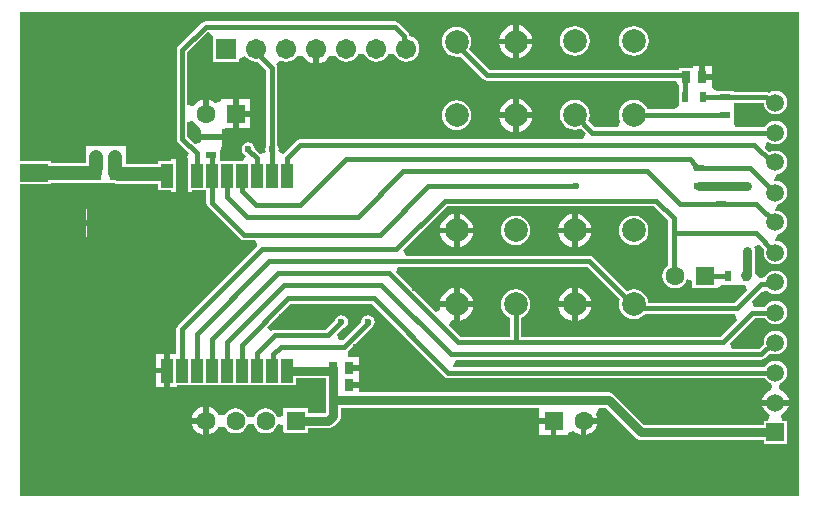
<source format=gtl>
G04*
G04 #@! TF.GenerationSoftware,Altium Limited,Altium Designer,23.0.1 (38)*
G04*
G04 Layer_Physical_Order=1*
G04 Layer_Color=255*
%FSLAX42Y42*%
%MOMM*%
G71*
G04*
G04 #@! TF.SameCoordinates,95CDDE1D-1A7E-4F85-AF55-DDA07DA04742*
G04*
G04*
G04 #@! TF.FilePolarity,Positive*
G04*
G01*
G75*
%ADD11C,0.20*%
%ADD13R,0.95X0.60*%
%ADD14R,0.60X0.95*%
%ADD15R,0.80X1.00*%
%ADD16R,1.00X2.00*%
%ADD17R,1.00X0.80*%
%ADD18R,0.74X1.02*%
%ADD19R,4.90X1.60*%
%ADD20R,2.35X1.50*%
%ADD37C,0.40*%
%ADD38C,0.80*%
%ADD39C,1.20*%
%ADD40R,5.63X3.25*%
%ADD41R,9.24X3.75*%
%ADD42R,1.00X3.38*%
%ADD43C,1.71*%
%ADD44R,1.71X1.71*%
%ADD45R,1.50X1.50*%
%ADD46C,1.50*%
%ADD47C,2.00*%
%ADD48R,1.60X1.60*%
%ADD49C,1.60*%
%ADD50C,0.60*%
G36*
X6649Y51D02*
X50D01*
Y2242D01*
X308D01*
Y2362D01*
Y2482D01*
X50D01*
Y2688D01*
X317D01*
Y2702D01*
X640D01*
Y2699D01*
X737D01*
X764Y2699D01*
Y2699D01*
X787D01*
Y2699D01*
X848D01*
X865Y2692D01*
X887Y2689D01*
X1221D01*
Y2638D01*
X1333D01*
Y2623D01*
X1398D01*
Y2762D01*
Y2902D01*
X1333D01*
Y2888D01*
X1221D01*
Y2860D01*
X948D01*
Y2920D01*
X948Y2925D01*
X952Y2975D01*
X952D01*
Y3030D01*
X863D01*
Y3055D01*
X838D01*
Y3135D01*
X725D01*
Y3055D01*
X700D01*
Y3030D01*
X610D01*
Y2975D01*
X610Y2975D01*
X615Y2925D01*
X614Y2920D01*
Y2873D01*
X317D01*
Y2888D01*
X50D01*
Y3092D01*
X308D01*
Y3212D01*
Y3333D01*
X50D01*
Y4150D01*
X6649D01*
Y51D01*
D02*
G37*
%LPC*%
G36*
X4275Y4035D02*
Y3922D01*
X4388D01*
X4386Y3934D01*
X4372Y3968D01*
X4350Y3997D01*
X4321Y4020D01*
X4287Y4034D01*
X4275Y4035D01*
D02*
G37*
G36*
X4225Y4035D02*
X4213Y4034D01*
X4179Y4020D01*
X4150Y3997D01*
X4128Y3968D01*
X4114Y3934D01*
X4112Y3922D01*
X4225D01*
Y4035D01*
D02*
G37*
G36*
X5250Y4029D02*
X5217Y4024D01*
X5187Y4012D01*
X5161Y3992D01*
X5141Y3966D01*
X5128Y3935D01*
X5124Y3903D01*
X5128Y3870D01*
X5141Y3839D01*
X5161Y3813D01*
X5187Y3793D01*
X5217Y3781D01*
X5250Y3776D01*
X5283Y3781D01*
X5313Y3793D01*
X5339Y3813D01*
X5359Y3839D01*
X5372Y3870D01*
X5376Y3903D01*
X5372Y3935D01*
X5359Y3966D01*
X5339Y3992D01*
X5313Y4012D01*
X5283Y4024D01*
X5250Y4029D01*
D02*
G37*
G36*
X4750D02*
X4717Y4024D01*
X4687Y4012D01*
X4661Y3992D01*
X4641Y3966D01*
X4628Y3935D01*
X4624Y3903D01*
X4628Y3870D01*
X4641Y3839D01*
X4661Y3813D01*
X4687Y3793D01*
X4717Y3781D01*
X4750Y3776D01*
X4783Y3781D01*
X4813Y3793D01*
X4839Y3813D01*
X4859Y3839D01*
X4872Y3870D01*
X4876Y3903D01*
X4872Y3935D01*
X4859Y3966D01*
X4839Y3992D01*
X4813Y4012D01*
X4783Y4024D01*
X4750Y4029D01*
D02*
G37*
G36*
X4225Y3873D02*
X4112D01*
X4114Y3861D01*
X4128Y3827D01*
X4150Y3798D01*
X4179Y3775D01*
X4213Y3761D01*
X4225Y3760D01*
Y3873D01*
D02*
G37*
G36*
X4388D02*
X4275D01*
Y3760D01*
X4287Y3761D01*
X4321Y3775D01*
X4350Y3798D01*
X4372Y3827D01*
X4386Y3861D01*
X4388Y3873D01*
D02*
G37*
G36*
X5910Y3690D02*
X5855D01*
Y3625D01*
X5910D01*
Y3690D01*
D02*
G37*
G36*
X4275Y3410D02*
Y3298D01*
X4388D01*
X4386Y3309D01*
X4372Y3343D01*
X4350Y3372D01*
X4321Y3395D01*
X4287Y3409D01*
X4275Y3410D01*
D02*
G37*
G36*
X4225D02*
X4213Y3409D01*
X4179Y3395D01*
X4150Y3372D01*
X4128Y3343D01*
X4114Y3309D01*
X4112Y3298D01*
X4225D01*
Y3410D01*
D02*
G37*
G36*
X3225Y4071D02*
X1625D01*
X1607Y4067D01*
X1593Y4057D01*
X1393Y3857D01*
X1383Y3843D01*
X1379Y3825D01*
Y3075D01*
X1383Y3057D01*
X1393Y3043D01*
X1483Y2952D01*
X1462Y2902D01*
X1448D01*
Y2762D01*
Y2623D01*
X1513D01*
Y2638D01*
X1631D01*
Y2535D01*
X1635Y2518D01*
X1645Y2503D01*
X1918Y2230D01*
X1932Y2220D01*
X1950Y2217D01*
X2047D01*
X2063Y2181D01*
X2064Y2167D01*
X1391Y1493D01*
X1381Y1478D01*
X1377Y1460D01*
Y1252D01*
X1321D01*
Y1113D01*
Y973D01*
X1386D01*
Y988D01*
X2387D01*
Y1047D01*
X2642D01*
Y988D01*
Y862D01*
Y757D01*
X2638Y753D01*
X2492D01*
Y793D01*
X2282D01*
Y726D01*
X2235Y715D01*
X2225Y740D01*
X2208Y762D01*
X2186Y779D01*
X2160Y790D01*
X2133Y793D01*
X2106Y790D01*
X2080Y779D01*
X2058Y762D01*
X2041Y740D01*
X2031Y715D01*
X1981D01*
X1971Y740D01*
X1954Y762D01*
X1932Y779D01*
X1906Y790D01*
X1879Y793D01*
X1852Y790D01*
X1826Y779D01*
X1804Y762D01*
X1787Y740D01*
X1787Y740D01*
X1733D01*
X1730Y748D01*
X1711Y773D01*
X1686Y792D01*
X1656Y804D01*
X1650Y805D01*
Y688D01*
Y570D01*
X1656Y571D01*
X1686Y583D01*
X1711Y602D01*
X1730Y627D01*
X1733Y635D01*
X1787D01*
X1787Y635D01*
X1804Y613D01*
X1826Y596D01*
X1852Y585D01*
X1879Y582D01*
X1906Y585D01*
X1932Y596D01*
X1954Y613D01*
X1971Y635D01*
X1981Y660D01*
X2031D01*
X2041Y635D01*
X2058Y613D01*
X2080Y596D01*
X2106Y585D01*
X2133Y582D01*
X2160Y585D01*
X2186Y596D01*
X2208Y613D01*
X2225Y635D01*
X2235Y660D01*
X2282Y649D01*
Y582D01*
X2492D01*
Y622D01*
X2665D01*
X2682Y624D01*
X2698Y631D01*
X2711Y641D01*
X2754Y684D01*
X2764Y697D01*
X2771Y713D01*
X2773Y730D01*
Y797D01*
X4451D01*
Y712D01*
X4571D01*
Y688D01*
X4596D01*
Y568D01*
X4691D01*
Y583D01*
X4734Y600D01*
X4741Y601D01*
X4764Y583D01*
X4794Y571D01*
X4800Y570D01*
Y688D01*
X4825D01*
Y712D01*
X4943D01*
X4942Y719D01*
X4930Y748D01*
X4955Y797D01*
X5010D01*
X5266Y541D01*
X5280Y531D01*
X5296Y524D01*
X5312Y522D01*
X6350D01*
Y488D01*
X6550D01*
Y688D01*
X6509D01*
X6499Y738D01*
X6508Y741D01*
X6532Y759D01*
X6550Y784D01*
X6562Y811D01*
X6563Y816D01*
X6450D01*
X6337D01*
X6338Y811D01*
X6350Y784D01*
X6368Y759D01*
X6392Y741D01*
X6401Y738D01*
X6391Y688D01*
X6350D01*
Y653D01*
X5340D01*
X5084Y909D01*
X5070Y919D01*
X5054Y926D01*
X5038Y928D01*
X2923D01*
Y962D01*
X2843D01*
Y1012D01*
X2923D01*
Y1046D01*
X2923D01*
Y1111D01*
X2843D01*
Y1161D01*
X2923D01*
Y1226D01*
X2835D01*
X2833Y1231D01*
X2827Y1276D01*
X2832Y1280D01*
X3032Y1480D01*
X3033Y1481D01*
X3040Y1485D01*
X3052Y1504D01*
X3056Y1525D01*
X3052Y1546D01*
X3040Y1565D01*
X3021Y1577D01*
X3000Y1581D01*
X2979Y1577D01*
X2960Y1565D01*
X2948Y1546D01*
X2944Y1525D01*
X2945Y1522D01*
X2790Y1368D01*
X2756Y1372D01*
X2737Y1422D01*
X2786Y1471D01*
X2796Y1473D01*
X2815Y1485D01*
X2827Y1504D01*
X2831Y1525D01*
X2827Y1546D01*
X2815Y1565D01*
X2796Y1577D01*
X2775Y1581D01*
X2754Y1577D01*
X2735Y1565D01*
X2723Y1546D01*
X2721Y1536D01*
X2643Y1458D01*
X2212D01*
X2195Y1455D01*
X2180Y1445D01*
X2146Y1481D01*
X2344Y1679D01*
X3031D01*
X3647Y1063D01*
X3662Y1053D01*
X3679Y1050D01*
X6361D01*
X6363Y1045D01*
X6379Y1024D01*
X6400Y1008D01*
X6413Y1003D01*
X6417Y970D01*
X6417Y969D01*
X6413Y951D01*
X6392Y942D01*
X6368Y924D01*
X6350Y899D01*
X6338Y872D01*
X6337Y866D01*
X6450D01*
X6563D01*
X6562Y872D01*
X6550Y899D01*
X6532Y924D01*
X6508Y942D01*
X6487Y951D01*
X6483Y969D01*
X6483Y970D01*
X6487Y1003D01*
X6500Y1008D01*
X6521Y1024D01*
X6537Y1045D01*
X6547Y1069D01*
X6551Y1095D01*
X6547Y1122D01*
X6537Y1146D01*
X6521Y1167D01*
X6500Y1183D01*
X6476Y1193D01*
X6450Y1196D01*
X6424Y1193D01*
X6400Y1183D01*
X6379Y1167D01*
X6363Y1146D01*
X6361Y1141D01*
X3731D01*
X3721Y1154D01*
X3746Y1204D01*
X6326D01*
X6344Y1208D01*
X6358Y1218D01*
X6402Y1261D01*
X6424Y1252D01*
X6450Y1249D01*
X6476Y1252D01*
X6500Y1262D01*
X6521Y1278D01*
X6537Y1299D01*
X6547Y1323D01*
X6551Y1349D01*
X6547Y1376D01*
X6537Y1400D01*
X6521Y1421D01*
X6500Y1437D01*
X6476Y1447D01*
X6450Y1450D01*
X6424Y1447D01*
X6400Y1437D01*
X6379Y1421D01*
X6363Y1400D01*
X6353Y1376D01*
X6349Y1349D01*
X6350Y1339D01*
X6307Y1296D01*
X6081D01*
X6061Y1346D01*
X6273Y1558D01*
X6361D01*
X6363Y1553D01*
X6379Y1532D01*
X6400Y1516D01*
X6424Y1506D01*
X6450Y1503D01*
X6476Y1506D01*
X6500Y1516D01*
X6521Y1532D01*
X6537Y1553D01*
X6547Y1577D01*
X6551Y1603D01*
X6547Y1630D01*
X6537Y1654D01*
X6521Y1675D01*
X6500Y1691D01*
X6476Y1701D01*
X6450Y1704D01*
X6424Y1701D01*
X6400Y1691D01*
X6379Y1675D01*
X6363Y1654D01*
X6361Y1649D01*
X6272D01*
X6251Y1698D01*
X6328Y1775D01*
X6379Y1786D01*
X6400Y1770D01*
X6424Y1760D01*
X6450Y1757D01*
X6476Y1760D01*
X6500Y1770D01*
X6521Y1786D01*
X6537Y1807D01*
X6547Y1831D01*
X6551Y1858D01*
X6547Y1884D01*
X6537Y1908D01*
X6521Y1929D01*
X6500Y1945D01*
X6476Y1955D01*
X6450Y1958D01*
X6424Y1955D01*
X6400Y1945D01*
X6379Y1929D01*
X6363Y1908D01*
X6316Y1895D01*
X6278Y1928D01*
Y2125D01*
X6276Y2142D01*
X6269Y2158D01*
X6309Y2187D01*
X6354Y2142D01*
X6353Y2138D01*
X6349Y2111D01*
X6353Y2085D01*
X6363Y2061D01*
X6379Y2040D01*
X6400Y2024D01*
X6424Y2014D01*
X6450Y2011D01*
X6476Y2014D01*
X6500Y2024D01*
X6521Y2040D01*
X6537Y2061D01*
X6547Y2085D01*
X6551Y2111D01*
X6547Y2138D01*
X6537Y2162D01*
X6521Y2183D01*
X6500Y2199D01*
X6476Y2209D01*
X6454Y2212D01*
X6448Y2215D01*
X6447Y2216D01*
X6448Y2221D01*
X6472Y2268D01*
X6476Y2268D01*
X6500Y2278D01*
X6521Y2294D01*
X6537Y2315D01*
X6547Y2339D01*
X6551Y2366D01*
X6547Y2392D01*
X6537Y2416D01*
X6521Y2437D01*
X6500Y2453D01*
X6476Y2463D01*
X6450Y2466D01*
X6450Y2466D01*
X6447Y2470D01*
X6448Y2474D01*
X6473Y2522D01*
X6476Y2522D01*
X6500Y2532D01*
X6521Y2548D01*
X6537Y2569D01*
X6547Y2593D01*
X6551Y2619D01*
X6547Y2646D01*
X6537Y2670D01*
X6521Y2691D01*
X6500Y2707D01*
X6476Y2717D01*
X6450Y2720D01*
X6442Y2719D01*
X6439Y2724D01*
X6443Y2741D01*
X6464Y2774D01*
X6476Y2776D01*
X6500Y2786D01*
X6521Y2802D01*
X6537Y2823D01*
X6547Y2847D01*
X6551Y2874D01*
X6547Y2900D01*
X6537Y2924D01*
X6521Y2945D01*
X6500Y2961D01*
X6476Y2971D01*
X6450Y2974D01*
X6424Y2971D01*
X6400Y2961D01*
X6399Y2960D01*
X6362Y2997D01*
X6381Y3048D01*
X6388Y3049D01*
X6400Y3040D01*
X6424Y3030D01*
X6450Y3027D01*
X6476Y3030D01*
X6500Y3040D01*
X6521Y3056D01*
X6537Y3077D01*
X6547Y3101D01*
X6551Y3127D01*
X6547Y3154D01*
X6537Y3178D01*
X6521Y3199D01*
X6500Y3215D01*
X6476Y3225D01*
X6450Y3228D01*
X6424Y3225D01*
X6400Y3215D01*
X6379Y3199D01*
X6363Y3178D01*
X6361Y3173D01*
X6106D01*
X6097Y3220D01*
X6097D01*
Y3320D01*
X6097Y3330D01*
X6100Y3379D01*
X6349D01*
X6353Y3355D01*
X6363Y3331D01*
X6379Y3310D01*
X6400Y3294D01*
X6424Y3284D01*
X6450Y3281D01*
X6476Y3284D01*
X6500Y3294D01*
X6521Y3310D01*
X6537Y3331D01*
X6547Y3355D01*
X6551Y3381D01*
X6547Y3408D01*
X6537Y3432D01*
X6521Y3453D01*
X6500Y3469D01*
X6476Y3479D01*
X6450Y3482D01*
X6424Y3479D01*
X6400Y3469D01*
X6394Y3465D01*
X6391Y3467D01*
X6373Y3471D01*
X6097D01*
Y3480D01*
X5953D01*
X5913Y3505D01*
X5910Y3510D01*
X5910Y3540D01*
Y3575D01*
X5830D01*
Y3600D01*
X5805D01*
Y3690D01*
X5750D01*
Y3675D01*
X5630D01*
Y3658D01*
X4030D01*
X3857Y3831D01*
X3859Y3834D01*
X3872Y3865D01*
X3876Y3897D01*
X3872Y3930D01*
X3859Y3961D01*
X3839Y3987D01*
X3813Y4007D01*
X3783Y4019D01*
X3750Y4024D01*
X3717Y4019D01*
X3687Y4007D01*
X3661Y3987D01*
X3641Y3961D01*
X3628Y3930D01*
X3624Y3897D01*
X3628Y3865D01*
X3641Y3834D01*
X3661Y3808D01*
X3687Y3788D01*
X3717Y3776D01*
X3750Y3771D01*
X3783Y3776D01*
X3978Y3580D01*
X3993Y3570D01*
X4011Y3567D01*
X5610D01*
X5630Y3525D01*
X5633Y3497D01*
X5633D01*
Y3373D01*
X5633Y3352D01*
X5595Y3323D01*
X5366D01*
X5359Y3341D01*
X5339Y3367D01*
X5313Y3387D01*
X5283Y3399D01*
X5250Y3404D01*
X5217Y3399D01*
X5187Y3387D01*
X5161Y3367D01*
X5141Y3341D01*
X5128Y3310D01*
X5124Y3278D01*
X5128Y3245D01*
X5137Y3223D01*
X5125Y3194D01*
X5109Y3173D01*
X4919D01*
X4865Y3228D01*
X4872Y3245D01*
X4876Y3278D01*
X4872Y3310D01*
X4859Y3341D01*
X4839Y3367D01*
X4813Y3387D01*
X4783Y3399D01*
X4750Y3404D01*
X4717Y3399D01*
X4687Y3387D01*
X4661Y3367D01*
X4641Y3341D01*
X4628Y3310D01*
X4624Y3278D01*
X4628Y3245D01*
X4641Y3214D01*
X4661Y3188D01*
X4687Y3168D01*
X4717Y3156D01*
X4750Y3151D01*
X4783Y3156D01*
X4800Y3163D01*
X4842Y3121D01*
X4821Y3071D01*
X2425D01*
X2407Y3067D01*
X2393Y3057D01*
X2283Y2948D01*
X2275Y2951D01*
X2262Y2958D01*
X2241Y2974D01*
X2244Y2988D01*
X2239Y3009D01*
X2231Y3022D01*
Y3678D01*
X2227Y3695D01*
X2224Y3701D01*
X2252Y3741D01*
X2279Y3730D01*
X2308Y3726D01*
X2337Y3730D01*
X2364Y3741D01*
X2387Y3759D01*
X2398Y3774D01*
X2433Y3776D01*
X2454Y3772D01*
X2472Y3748D01*
X2499Y3728D01*
X2529Y3715D01*
X2537Y3714D01*
Y3838D01*
X2587D01*
Y3714D01*
X2595Y3715D01*
X2625Y3728D01*
X2652Y3748D01*
X2670Y3772D01*
X2691Y3776D01*
X2726Y3774D01*
X2737Y3759D01*
X2760Y3741D01*
X2787Y3730D01*
X2816Y3726D01*
X2845Y3730D01*
X2872Y3741D01*
X2895Y3759D01*
X2913Y3782D01*
X2916Y3791D01*
X2970D01*
X2973Y3782D01*
X2991Y3759D01*
X3014Y3741D01*
X3041Y3730D01*
X3070Y3726D01*
X3099Y3730D01*
X3126Y3741D01*
X3149Y3759D01*
X3167Y3782D01*
X3170Y3791D01*
X3224D01*
X3227Y3782D01*
X3245Y3759D01*
X3268Y3741D01*
X3295Y3730D01*
X3324Y3726D01*
X3353Y3730D01*
X3380Y3741D01*
X3403Y3759D01*
X3421Y3782D01*
X3432Y3809D01*
X3435Y3838D01*
X3432Y3866D01*
X3421Y3893D01*
X3403Y3916D01*
X3380Y3934D01*
X3353Y3945D01*
X3351Y3945D01*
X3348Y3962D01*
X3338Y3977D01*
X3257Y4057D01*
X3243Y4067D01*
X3225Y4071D01*
D02*
G37*
G36*
X618Y3333D02*
X358D01*
Y3238D01*
X618D01*
Y3333D01*
D02*
G37*
G36*
X3750Y3399D02*
X3717Y3394D01*
X3687Y3382D01*
X3661Y3362D01*
X3641Y3336D01*
X3628Y3305D01*
X3624Y3272D01*
X3628Y3240D01*
X3641Y3209D01*
X3661Y3183D01*
X3687Y3163D01*
X3717Y3151D01*
X3750Y3146D01*
X3783Y3151D01*
X3813Y3163D01*
X3839Y3183D01*
X3859Y3209D01*
X3872Y3240D01*
X3876Y3272D01*
X3872Y3305D01*
X3859Y3336D01*
X3839Y3362D01*
X3813Y3382D01*
X3783Y3394D01*
X3750Y3399D01*
D02*
G37*
G36*
X4388Y3248D02*
X4275D01*
Y3135D01*
X4287Y3136D01*
X4321Y3150D01*
X4350Y3173D01*
X4372Y3202D01*
X4386Y3236D01*
X4388Y3248D01*
D02*
G37*
G36*
X4225D02*
X4112D01*
X4114Y3236D01*
X4128Y3202D01*
X4150Y3173D01*
X4179Y3150D01*
X4213Y3136D01*
X4225Y3135D01*
Y3248D01*
D02*
G37*
G36*
X952Y3135D02*
X888D01*
Y3080D01*
X952D01*
Y3135D01*
D02*
G37*
G36*
X618Y3188D02*
X358D01*
Y3092D01*
X610D01*
Y3080D01*
X675D01*
Y3135D01*
X618D01*
Y3188D01*
D02*
G37*
G36*
Y2482D02*
X358D01*
Y2388D01*
X618D01*
Y2482D01*
D02*
G37*
G36*
Y2338D02*
X358D01*
Y2242D01*
X618D01*
Y2338D01*
D02*
G37*
G36*
X1271Y1252D02*
X1206D01*
Y1138D01*
X1271D01*
Y1252D01*
D02*
G37*
G36*
Y1088D02*
X1206D01*
Y973D01*
X1271D01*
Y1088D01*
D02*
G37*
G36*
X1600Y805D02*
X1594Y804D01*
X1564Y792D01*
X1539Y773D01*
X1520Y748D01*
X1508Y719D01*
X1507Y713D01*
X1600D01*
Y805D01*
D02*
G37*
G36*
X4943Y662D02*
X4850D01*
Y570D01*
X4856Y571D01*
X4886Y583D01*
X4911Y602D01*
X4930Y627D01*
X4942Y656D01*
X4943Y662D01*
D02*
G37*
G36*
X1600Y663D02*
X1507D01*
X1508Y656D01*
X1520Y627D01*
X1539Y602D01*
X1564Y583D01*
X1594Y571D01*
X1600Y570D01*
Y663D01*
D02*
G37*
G36*
X4546Y662D02*
X4451D01*
Y568D01*
X4546D01*
Y662D01*
D02*
G37*
%LPD*%
G36*
X1690Y3948D02*
X1690Y3929D01*
Y3727D01*
X1910D01*
Y3746D01*
X1955Y3778D01*
X1960Y3778D01*
X1975Y3759D01*
X1998Y3741D01*
X2025Y3730D01*
X2054Y3726D01*
X2070Y3728D01*
X2139Y3658D01*
Y3014D01*
X2136Y3009D01*
X2131Y2988D01*
X2136Y2966D01*
X2093Y2943D01*
X2091Y2942D01*
X2090Y2942D01*
X2043Y2989D01*
X2039Y3009D01*
X2027Y3027D01*
X2009Y3039D01*
X1988Y3044D01*
X1966Y3039D01*
X1948Y3027D01*
X1936Y3009D01*
X1931Y2988D01*
X1936Y2966D01*
X1948Y2948D01*
X1963Y2938D01*
X1965Y2930D01*
X1944Y2888D01*
X1748D01*
Y2974D01*
X1762Y3017D01*
X1762Y3036D01*
Y3062D01*
X1675D01*
X1588D01*
Y3048D01*
X1538Y3027D01*
X1471Y3094D01*
Y3215D01*
X1518Y3226D01*
X1521Y3226D01*
X1539Y3202D01*
X1552Y3192D01*
X1568Y3177D01*
X1588Y3143D01*
X1588Y3121D01*
Y3112D01*
X1675D01*
X1762D01*
Y3117D01*
X1762Y3157D01*
X1808Y3167D01*
X1854D01*
Y3287D01*
Y3408D01*
X1759D01*
Y3392D01*
X1716Y3375D01*
X1709Y3374D01*
X1686Y3392D01*
X1656Y3404D01*
X1650Y3405D01*
Y3287D01*
X1600D01*
Y3405D01*
X1594Y3404D01*
X1564Y3392D01*
X1539Y3373D01*
X1521Y3349D01*
X1518Y3349D01*
X1471Y3360D01*
Y3806D01*
X1644Y3979D01*
X1652D01*
X1690Y3948D01*
D02*
G37*
G36*
X5542Y2382D02*
Y2275D01*
Y2002D01*
X5523Y1987D01*
X5506Y1965D01*
X5496Y1940D01*
X5492Y1912D01*
X5496Y1885D01*
X5506Y1860D01*
X5523Y1838D01*
X5545Y1821D01*
X5571Y1810D01*
X5598Y1807D01*
X5625Y1810D01*
X5651Y1821D01*
X5673Y1838D01*
X5690Y1860D01*
X5700Y1885D01*
X5747Y1874D01*
Y1808D01*
X5957D01*
Y1811D01*
X5995Y1840D01*
X6095D01*
X6105Y1840D01*
X6145D01*
X6155Y1840D01*
X6192D01*
X6213Y1790D01*
X6106Y1683D01*
X5375D01*
X5372Y1705D01*
X5359Y1736D01*
X5339Y1762D01*
X5313Y1782D01*
X5283Y1794D01*
X5250Y1799D01*
X5217Y1794D01*
X5193Y1784D01*
X4907Y2070D01*
X4893Y2080D01*
X4875Y2083D01*
X3319D01*
X3298Y2133D01*
X3669Y2504D01*
X5419D01*
X5542Y2382D01*
D02*
G37*
G36*
X5132Y1715D02*
X5128Y1705D01*
X5124Y1673D01*
X5128Y1640D01*
X5141Y1609D01*
X5161Y1583D01*
X5187Y1563D01*
X5217Y1551D01*
X5250Y1546D01*
X5283Y1551D01*
X5313Y1563D01*
X5339Y1583D01*
X5347Y1593D01*
X5353Y1592D01*
X6106D01*
X6128Y1543D01*
X5983Y1397D01*
X4296D01*
Y1556D01*
X4313Y1563D01*
X4339Y1583D01*
X4359Y1609D01*
X4372Y1640D01*
X4376Y1673D01*
X4372Y1705D01*
X4359Y1736D01*
X4339Y1762D01*
X4313Y1782D01*
X4283Y1794D01*
X4250Y1799D01*
X4217Y1794D01*
X4187Y1782D01*
X4161Y1762D01*
X4141Y1736D01*
X4128Y1705D01*
X4124Y1673D01*
X4128Y1640D01*
X4141Y1609D01*
X4161Y1583D01*
X4187Y1563D01*
X4204Y1556D01*
Y1396D01*
X3782D01*
X3683Y1495D01*
X3711Y1537D01*
X3713Y1536D01*
X3725Y1535D01*
Y1647D01*
X3612D01*
X3614Y1636D01*
X3615Y1633D01*
X3572Y1605D01*
X3236Y1942D01*
X3256Y1992D01*
X4856D01*
X5132Y1715D01*
D02*
G37*
%LPC*%
G36*
X1999Y3408D02*
X1904D01*
Y3312D01*
X1999D01*
Y3408D01*
D02*
G37*
G36*
Y3262D02*
X1904D01*
Y3167D01*
X1999D01*
Y3262D01*
D02*
G37*
G36*
X4775Y2435D02*
Y2323D01*
X4888D01*
X4886Y2334D01*
X4872Y2368D01*
X4850Y2397D01*
X4821Y2420D01*
X4787Y2434D01*
X4775Y2435D01*
D02*
G37*
G36*
X3775D02*
Y2323D01*
X3888D01*
X3886Y2334D01*
X3872Y2368D01*
X3850Y2397D01*
X3821Y2420D01*
X3787Y2434D01*
X3775Y2435D01*
D02*
G37*
G36*
X4725Y2435D02*
X4713Y2434D01*
X4679Y2420D01*
X4650Y2397D01*
X4628Y2368D01*
X4614Y2334D01*
X4612Y2323D01*
X4725D01*
Y2435D01*
D02*
G37*
G36*
X3725D02*
X3713Y2434D01*
X3679Y2420D01*
X3650Y2397D01*
X3628Y2368D01*
X3614Y2334D01*
X3612Y2323D01*
X3725D01*
Y2435D01*
D02*
G37*
G36*
X5250Y2424D02*
X5217Y2419D01*
X5187Y2407D01*
X5161Y2387D01*
X5141Y2361D01*
X5128Y2330D01*
X5124Y2298D01*
X5128Y2265D01*
X5141Y2234D01*
X5161Y2208D01*
X5187Y2188D01*
X5217Y2176D01*
X5250Y2171D01*
X5283Y2176D01*
X5313Y2188D01*
X5339Y2208D01*
X5359Y2234D01*
X5372Y2265D01*
X5376Y2298D01*
X5372Y2330D01*
X5359Y2361D01*
X5339Y2387D01*
X5313Y2407D01*
X5283Y2419D01*
X5250Y2424D01*
D02*
G37*
G36*
X4250D02*
X4217Y2419D01*
X4187Y2407D01*
X4161Y2387D01*
X4141Y2361D01*
X4128Y2330D01*
X4124Y2298D01*
X4128Y2265D01*
X4141Y2234D01*
X4161Y2208D01*
X4187Y2188D01*
X4217Y2176D01*
X4250Y2171D01*
X4283Y2176D01*
X4313Y2188D01*
X4339Y2208D01*
X4359Y2234D01*
X4372Y2265D01*
X4376Y2298D01*
X4372Y2330D01*
X4359Y2361D01*
X4339Y2387D01*
X4313Y2407D01*
X4283Y2419D01*
X4250Y2424D01*
D02*
G37*
G36*
X4888Y2273D02*
X4775D01*
Y2160D01*
X4787Y2161D01*
X4821Y2175D01*
X4850Y2198D01*
X4872Y2227D01*
X4886Y2261D01*
X4888Y2273D01*
D02*
G37*
G36*
X3888D02*
X3775D01*
Y2160D01*
X3787Y2161D01*
X3821Y2175D01*
X3850Y2198D01*
X3872Y2227D01*
X3886Y2261D01*
X3888Y2273D01*
D02*
G37*
G36*
X4725D02*
X4612D01*
X4614Y2261D01*
X4628Y2227D01*
X4650Y2198D01*
X4679Y2175D01*
X4713Y2161D01*
X4725Y2160D01*
Y2273D01*
D02*
G37*
G36*
X3725D02*
X3612D01*
X3614Y2261D01*
X3628Y2227D01*
X3650Y2198D01*
X3679Y2175D01*
X3713Y2161D01*
X3725Y2160D01*
Y2273D01*
D02*
G37*
G36*
X4775Y1810D02*
Y1697D01*
X4888D01*
X4886Y1709D01*
X4872Y1743D01*
X4850Y1772D01*
X4821Y1795D01*
X4787Y1809D01*
X4775Y1810D01*
D02*
G37*
G36*
X3775D02*
Y1697D01*
X3888D01*
X3886Y1709D01*
X3872Y1743D01*
X3850Y1772D01*
X3821Y1795D01*
X3787Y1809D01*
X3775Y1810D01*
D02*
G37*
G36*
X4725Y1810D02*
X4713Y1809D01*
X4679Y1795D01*
X4650Y1772D01*
X4628Y1743D01*
X4614Y1709D01*
X4612Y1697D01*
X4725D01*
Y1810D01*
D02*
G37*
G36*
X3725D02*
X3713Y1809D01*
X3679Y1795D01*
X3650Y1772D01*
X3628Y1743D01*
X3614Y1709D01*
X3612Y1697D01*
X3725D01*
Y1810D01*
D02*
G37*
G36*
X4888Y1647D02*
X4775D01*
Y1535D01*
X4787Y1536D01*
X4821Y1550D01*
X4850Y1573D01*
X4872Y1602D01*
X4886Y1636D01*
X4888Y1647D01*
D02*
G37*
G36*
X3888D02*
X3775D01*
Y1535D01*
X3787Y1536D01*
X3821Y1550D01*
X3850Y1573D01*
X3872Y1602D01*
X3886Y1636D01*
X3888Y1647D01*
D02*
G37*
G36*
X4725D02*
X4612D01*
X4614Y1636D01*
X4628Y1602D01*
X4650Y1573D01*
X4679Y1550D01*
X4713Y1536D01*
X4725Y1535D01*
Y1647D01*
D02*
G37*
%LPD*%
D11*
X1675Y2938D02*
X1677Y2935D01*
X849Y2775D02*
X862Y2788D01*
X856Y2768D02*
X868Y2756D01*
X1284Y2775D02*
X1296Y2762D01*
X5688Y3592D02*
X5695Y3600D01*
D13*
X1675Y2938D02*
D03*
Y3088D02*
D03*
X5988Y2525D02*
D03*
Y2675D02*
D03*
X5800Y2825D02*
D03*
Y2675D02*
D03*
X6025Y3275D02*
D03*
Y3425D02*
D03*
D14*
X5688Y3425D02*
D03*
X5838D02*
D03*
X6050Y1912D02*
D03*
X6200D02*
D03*
D15*
X2842Y988D02*
D03*
X2708D02*
D03*
X2843Y1136D02*
D03*
X2708D02*
D03*
X5695Y3600D02*
D03*
X5830D02*
D03*
D16*
X1423Y1112D02*
D03*
X1296Y2762D02*
D03*
X1423D02*
D03*
X1550D02*
D03*
X1677D02*
D03*
X1804D02*
D03*
X1931D02*
D03*
X2058D02*
D03*
X2185D02*
D03*
X2312D02*
D03*
Y1112D02*
D03*
X2185D02*
D03*
X2058D02*
D03*
X1931D02*
D03*
X1804D02*
D03*
X1677D02*
D03*
X1550D02*
D03*
X1296D02*
D03*
D17*
X862Y3055D02*
D03*
Y2920D02*
D03*
X700Y3055D02*
D03*
Y2920D02*
D03*
D18*
X702Y2775D02*
D03*
X849D02*
D03*
D19*
X333Y3212D02*
D03*
Y2362D02*
D03*
D20*
X175Y2788D02*
D03*
D37*
X1677Y2762D02*
Y2935D01*
X2312Y2912D02*
X2425Y3025D01*
X6269D02*
X6420Y2874D01*
X2425Y3025D02*
X6269D01*
X5688Y3412D02*
Y3592D01*
X4011Y3612D02*
X5683D01*
X5695Y3600D01*
X3738Y3885D02*
X4011Y3612D01*
X5588Y1923D02*
Y2275D01*
Y2401D01*
X6287Y2275D02*
X6450Y2111D01*
X5588Y2275D02*
X6287D01*
X2325Y1725D02*
X3050D01*
X3679Y1095D01*
X6450D01*
X6002Y1352D02*
X6253Y1603D01*
X6450D01*
X4273Y1352D02*
X6002D01*
X4875Y2038D02*
X5271Y1642D01*
X6125Y1638D02*
X6331Y1844D01*
X5353Y1638D02*
X6125D01*
X5271Y1642D02*
X5349D01*
X5353Y1638D01*
X6436Y1844D02*
X6450Y1858D01*
X6331Y1844D02*
X6436D01*
X5438Y2550D02*
X5588Y2401D01*
X3650Y2550D02*
X5438D01*
X3238Y2138D02*
X3650Y2550D01*
X3100Y2262D02*
X3512Y2675D01*
X4762D01*
X2912Y2412D02*
X3300Y2800D01*
X5362D01*
X5638Y2525D01*
X2288Y1838D02*
X3112D01*
X3700Y1250D02*
X6326D01*
X3112Y1838D02*
X3700Y1250D01*
X2100Y2138D02*
X3238D01*
X1950Y2262D02*
X3100D01*
X1677Y2535D02*
X1950Y2262D01*
X1975Y2412D02*
X2912D01*
X6326Y1250D02*
X6426Y1349D01*
X4263Y1363D02*
X4273Y1352D01*
X4250Y1375D02*
Y1673D01*
Y1350D02*
X4263Y1363D01*
X4250Y1375D02*
X4263Y1363D01*
X3762Y1350D02*
X4250D01*
X3175Y1938D02*
X3762Y1350D01*
X6426Y1349D02*
X6450D01*
X2238Y1938D02*
X3175D01*
X2162Y2038D02*
X4875D01*
X3305Y3856D02*
Y3945D01*
X1625Y4025D02*
X3225D01*
X3305Y3856D02*
X3324Y3838D01*
X3225Y4025D02*
X3305Y3945D01*
X1425Y3825D02*
X1625Y4025D01*
X6025Y3425D02*
X6373D01*
X5847D02*
X6025D01*
X6373D02*
X6417Y3381D01*
X6450D01*
X4750Y3278D02*
X4900Y3127D01*
X6450D01*
X5250Y3278D02*
X6038D01*
X1425Y3075D02*
X1550Y2950D01*
X1425Y3075D02*
Y3825D01*
X1677Y2535D02*
Y2762D01*
X5772Y2835D02*
Y2852D01*
X2425Y2512D02*
X2812Y2900D01*
X5725D01*
X5772Y2835D02*
X5783Y2825D01*
X5725Y2900D02*
X5772Y2852D01*
X5783Y2825D02*
X6238D01*
X2050Y2512D02*
X2425D01*
X2312Y2762D02*
Y2912D01*
X1550Y2762D02*
Y2950D01*
X2186Y2986D02*
X2188Y2988D01*
X2186Y2764D02*
Y2986D01*
X2185Y2990D02*
X2188Y2988D01*
X2185Y2762D02*
X2186Y2764D01*
X2185Y2990D02*
Y3678D01*
X2038Y3825D02*
X2185Y3678D01*
X1988Y2980D02*
X2058Y2910D01*
X1988Y2980D02*
Y2988D01*
X2058Y2762D02*
Y2910D01*
X2038Y2783D02*
X2058Y2762D01*
X1931Y1331D02*
X2325Y1725D01*
X1804Y1354D02*
X2288Y1838D01*
X1677Y1377D02*
X2238Y1938D01*
X1550Y1425D02*
X2162Y2038D01*
X1423Y1460D02*
X2100Y2138D01*
X2200Y1127D02*
Y1250D01*
X2262Y1312D01*
X2185Y1112D02*
X2200Y1127D01*
X2800Y1312D02*
X3000Y1512D01*
X2262Y1312D02*
X2800D01*
X2212Y1412D02*
X2662D01*
X2058Y1258D02*
X2212Y1412D01*
X2662D02*
X2775Y1525D01*
X5988Y2525D02*
X6288D01*
X5638D02*
X5988D01*
X6420Y2874D02*
X6450D01*
X6238Y2825D02*
X6438Y2625D01*
X6446Y2616D01*
X6450Y2619D02*
Y2638D01*
X6288Y2525D02*
X6462Y2350D01*
X6046Y1912D02*
X6048Y1910D01*
X5852Y1912D02*
X6046D01*
X5588Y1923D02*
X5598Y1912D01*
X1931Y1112D02*
Y1331D01*
X1804Y1112D02*
Y1354D01*
X6048Y1910D02*
X6050Y1912D01*
X1804Y2583D02*
X1975Y2412D01*
X1931Y2632D02*
X2050Y2512D01*
X1423Y1112D02*
Y1460D01*
X1677Y1112D02*
Y1377D01*
X1550Y1112D02*
Y1425D01*
X2058Y1112D02*
Y1258D01*
X2133Y688D02*
X2133Y688D01*
X1879Y688D02*
X1879Y688D01*
X1804Y2583D02*
Y2762D01*
X1931Y2632D02*
Y2762D01*
D38*
X2708Y730D02*
Y862D01*
Y988D01*
X2712Y862D02*
X5038D01*
X5312Y588D02*
X6450D01*
X5038Y862D02*
X5312Y588D01*
X2665Y688D02*
X2708Y730D01*
X2387Y688D02*
X2665D01*
X2685Y1112D02*
X2708Y1135D01*
Y988D02*
Y1135D01*
X2708Y1136D01*
X2312Y1112D02*
X2685D01*
X5800Y2675D02*
X5988D01*
X5800Y2675D02*
X5800Y2675D01*
X6212D02*
X6212Y2675D01*
X5988Y2675D02*
X6212D01*
X6212Y1925D02*
Y2125D01*
X6200Y1912D02*
X6212Y1925D01*
X6188Y1925D02*
X6200Y1912D01*
D39*
X862Y2788D02*
Y2920D01*
X887Y2775D02*
X1284D01*
X150Y2788D02*
X689D01*
X700Y2823D02*
Y2920D01*
D40*
X331Y2388D02*
D03*
D41*
X513Y3200D02*
D03*
D42*
X1425Y2744D02*
D03*
D43*
X3324Y3838D02*
D03*
X3070D02*
D03*
X2816D02*
D03*
X2562D02*
D03*
X2308D02*
D03*
X2054D02*
D03*
D44*
X1800D02*
D03*
D45*
X6450Y588D02*
D03*
D46*
Y3381D02*
D03*
Y3127D02*
D03*
Y2874D02*
D03*
Y2619D02*
D03*
Y2366D02*
D03*
Y2111D02*
D03*
Y1858D02*
D03*
Y1603D02*
D03*
Y1349D02*
D03*
Y1095D02*
D03*
Y841D02*
D03*
D47*
X4750Y3903D02*
D03*
Y3278D02*
D03*
X5250Y3903D02*
D03*
Y3278D02*
D03*
X4250Y3272D02*
D03*
Y3897D02*
D03*
X3750Y3272D02*
D03*
Y3897D02*
D03*
X5250Y1673D02*
D03*
Y2298D02*
D03*
X4750Y1673D02*
D03*
Y2298D02*
D03*
X4250Y1673D02*
D03*
Y2298D02*
D03*
X3750Y1673D02*
D03*
Y2298D02*
D03*
D48*
X5852Y1912D02*
D03*
X1879Y3288D02*
D03*
X4571Y688D02*
D03*
X2387Y688D02*
D03*
D49*
X5598Y1912D02*
D03*
X1625Y3288D02*
D03*
X4825Y688D02*
D03*
X2133Y688D02*
D03*
X1625D02*
D03*
X1879D02*
D03*
D50*
X6150Y3813D02*
D03*
Y313D02*
D03*
X6025Y4063D02*
D03*
Y1563D02*
D03*
X5900Y813D02*
D03*
Y313D02*
D03*
X5775Y4063D02*
D03*
X5650Y3813D02*
D03*
X5775Y1563D02*
D03*
X5650Y813D02*
D03*
Y313D02*
D03*
X5400Y3813D02*
D03*
Y2313D02*
D03*
Y1813D02*
D03*
X5525Y1563D02*
D03*
X5400Y813D02*
D03*
Y313D02*
D03*
X5275Y2063D02*
D03*
X5150Y313D02*
D03*
X4900Y3813D02*
D03*
Y3313D02*
D03*
X5025Y2063D02*
D03*
X4900Y1813D02*
D03*
X5025Y1563D02*
D03*
Y563D02*
D03*
X4900Y313D02*
D03*
X4650Y1813D02*
D03*
Y313D02*
D03*
X4400Y3813D02*
D03*
Y2313D02*
D03*
Y1813D02*
D03*
X4525Y1563D02*
D03*
X4400Y313D02*
D03*
X4150Y1813D02*
D03*
X4275Y563D02*
D03*
X4150Y313D02*
D03*
X3900Y3313D02*
D03*
Y1813D02*
D03*
X4025Y1563D02*
D03*
Y563D02*
D03*
X3900Y313D02*
D03*
X3650Y1813D02*
D03*
X3775Y563D02*
D03*
X3650Y313D02*
D03*
X3525Y3563D02*
D03*
X3400Y3313D02*
D03*
Y1813D02*
D03*
X3525Y1063D02*
D03*
Y563D02*
D03*
X3400Y313D02*
D03*
X3275Y3563D02*
D03*
X3150Y3313D02*
D03*
Y1313D02*
D03*
X3275Y1063D02*
D03*
Y563D02*
D03*
X3150Y313D02*
D03*
X2900Y3313D02*
D03*
Y1313D02*
D03*
X3025Y1063D02*
D03*
Y563D02*
D03*
X2900Y313D02*
D03*
X2650Y3313D02*
D03*
X2775Y563D02*
D03*
X2650Y313D02*
D03*
X2525Y3563D02*
D03*
X2400Y3313D02*
D03*
X2525Y1563D02*
D03*
Y563D02*
D03*
X2400Y313D02*
D03*
X2275Y3563D02*
D03*
Y3063D02*
D03*
Y1563D02*
D03*
Y563D02*
D03*
X2150Y313D02*
D03*
X2025Y563D02*
D03*
X1900Y313D02*
D03*
X1650Y3813D02*
D03*
X1775Y3563D02*
D03*
X1650Y2313D02*
D03*
X1775Y2063D02*
D03*
X1650Y1813D02*
D03*
X1775Y563D02*
D03*
X1650Y313D02*
D03*
X1525Y4063D02*
D03*
Y3563D02*
D03*
Y2563D02*
D03*
X1400Y2313D02*
D03*
X1525Y2063D02*
D03*
X1400Y1813D02*
D03*
Y813D02*
D03*
X1525Y563D02*
D03*
X1400Y313D02*
D03*
X1275Y4063D02*
D03*
X1150Y3813D02*
D03*
X1275Y3563D02*
D03*
X1150Y3313D02*
D03*
X1275Y3063D02*
D03*
X1150Y2313D02*
D03*
X1275Y2063D02*
D03*
X1150Y1813D02*
D03*
X1275Y1563D02*
D03*
X1150Y1313D02*
D03*
Y813D02*
D03*
X1275Y563D02*
D03*
X1150Y313D02*
D03*
X1025Y4063D02*
D03*
X900Y3813D02*
D03*
X1025Y3563D02*
D03*
X900Y3313D02*
D03*
X1025Y3063D02*
D03*
X900Y2313D02*
D03*
X1025Y2063D02*
D03*
X900Y1813D02*
D03*
X1025Y1563D02*
D03*
X900Y1313D02*
D03*
X1025Y1063D02*
D03*
X900Y813D02*
D03*
X1025Y563D02*
D03*
X900Y313D02*
D03*
X775Y4063D02*
D03*
X650Y3813D02*
D03*
X775Y3563D02*
D03*
X650Y3313D02*
D03*
Y2313D02*
D03*
X775Y2063D02*
D03*
X650Y1813D02*
D03*
X775Y1563D02*
D03*
X650Y1313D02*
D03*
X775Y1063D02*
D03*
X650Y813D02*
D03*
X775Y563D02*
D03*
X650Y313D02*
D03*
X794Y2645D02*
D03*
X903Y2633D02*
D03*
X1013D02*
D03*
X1123D02*
D03*
X1223Y2586D02*
D03*
X1333Y2582D02*
D03*
X1351Y2943D02*
D03*
X1241Y2943D02*
D03*
X1134Y2916D02*
D03*
X1024D02*
D03*
X505Y2929D02*
D03*
X395D02*
D03*
X285Y2941D02*
D03*
X175Y2943D02*
D03*
X165Y2632D02*
D03*
X275Y2633D02*
D03*
X384Y2646D02*
D03*
X494D02*
D03*
X604D02*
D03*
X714Y2643D02*
D03*
X4762Y2675D02*
D03*
X2188Y2988D02*
D03*
X1988D02*
D03*
X3000Y1525D02*
D03*
X2775D02*
D03*
X6212Y2675D02*
D03*
Y2125D02*
D03*
M02*

</source>
